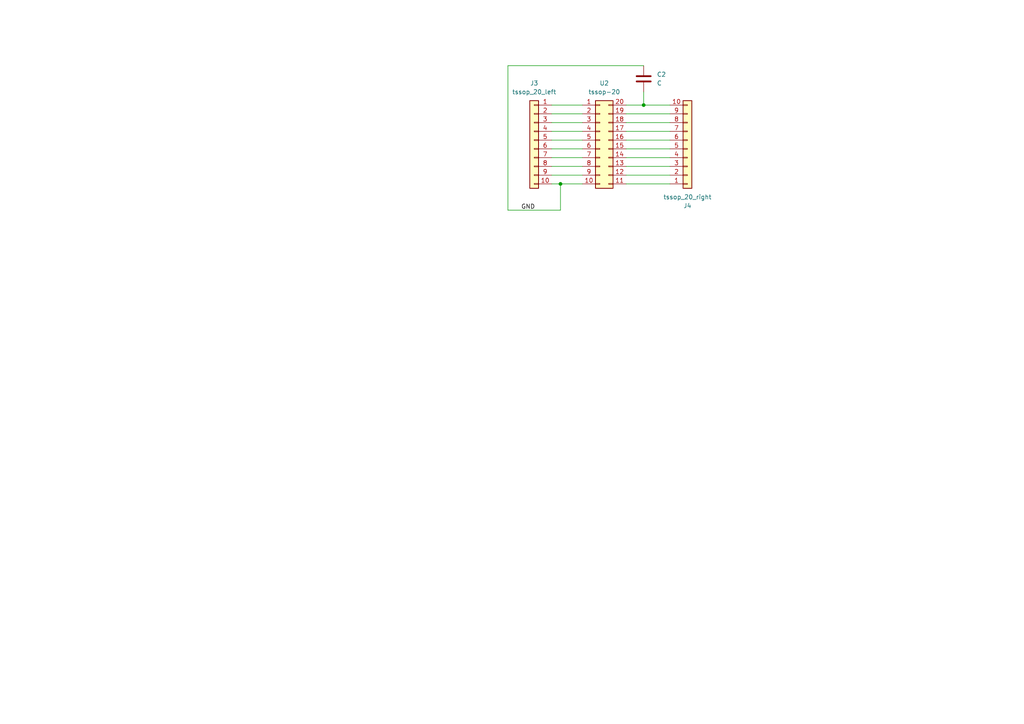
<source format=kicad_sch>
(kicad_sch (version 20231120) (generator "eeschema") (generator_version "8.0")
  (paper "A4")
  (lib_symbols
    (symbol "Connector_Generic:Conn_01x10" (pin_names (offset 1.016) hide)
      (property "Reference" "J" (at 0 12.7 0))
      (property "Value" "Conn_01x10" (at 0 -15.24 0))
      (symbol "Conn_01x10_1_1"
        (rectangle (start -1.27 -12.573) (end 0 -12.827) (stroke (width 0.1524)))
        (rectangle (start -1.27 -10.033) (end 0 -10.287) (stroke (width 0.1524)))
        (rectangle (start -1.27 -7.493) (end 0 -7.747) (stroke (width 0.1524)))
        (rectangle (start -1.27 -4.953) (end 0 -5.207) (stroke (width 0.1524)))
        (rectangle (start -1.27 -2.413) (end 0 -2.667) (stroke (width 0.1524)))
        (rectangle (start -1.27 0.127) (end 0 -0.127) (stroke (width 0.1524)))
        (rectangle (start -1.27 2.667) (end 0 2.413) (stroke (width 0.1524)))
        (rectangle (start -1.27 5.207) (end 0 4.953) (stroke (width 0.1524)))
        (rectangle (start -1.27 7.747) (end 0 7.493) (stroke (width 0.1524)))
        (rectangle (start -1.27 10.287) (end 0 10.033) (stroke (width 0.1524)))
        (rectangle (start -1.27 11.43) (end 1.27 -13.97) (stroke (width 0.254)) (fill (type background)))
        (pin passive line (at -5.08 10.16 0) (length 3.81) (name "Pin_1") (number "1"))
        (pin passive line (at -5.08 -12.7 0) (length 3.81) (name "Pin_10") (number "10"))
        (pin passive line (at -5.08 7.62 0) (length 3.81) (name "Pin_2") (number "2"))
        (pin passive line (at -5.08 5.08 0) (length 3.81) (name "Pin_3") (number "3"))
        (pin passive line (at -5.08 2.54 0) (length 3.81) (name "Pin_4") (number "4"))
        (pin passive line (at -5.08 0 0) (length 3.81) (name "Pin_5") (number "5"))
        (pin passive line (at -5.08 -2.54 0) (length 3.81) (name "Pin_6") (number "6"))
        (pin passive line (at -5.08 -5.08 0) (length 3.81) (name "Pin_7") (number "7"))
        (pin passive line (at -5.08 -7.62 0) (length 3.81) (name "Pin_8") (number "8"))
        (pin passive line (at -5.08 -10.16 0) (length 3.81) (name "Pin_9") (number "9"))
      )
    )
    (symbol "Connector_Generic:Conn_02x10_Counter_Clockwise" (pin_names (offset 1.016) hide)
      (property "Reference" "J" (at 1.27 12.7 0))
      (property "Value" "Conn_02x10_Counter_Clockwise" (at 1.27 -15.24 0))
      (symbol "Conn_02x10_Counter_Clockwise_1_1"
        (rectangle (start -1.27 -12.573) (end 0 -12.827) (stroke (width 0.1524)))
        (rectangle (start -1.27 -10.033) (end 0 -10.287) (stroke (width 0.1524)))
        (rectangle (start -1.27 -7.493) (end 0 -7.747) (stroke (width 0.1524)))
        (rectangle (start -1.27 -4.953) (end 0 -5.207) (stroke (width 0.1524)))
        (rectangle (start -1.27 -2.413) (end 0 -2.667) (stroke (width 0.1524)))
        (rectangle (start -1.27 0.127) (end 0 -0.127) (stroke (width 0.1524)))
        (rectangle (start -1.27 2.667) (end 0 2.413) (stroke (width 0.1524)))
        (rectangle (start -1.27 5.207) (end 0 4.953) (stroke (width 0.1524)))
        (rectangle (start -1.27 7.747) (end 0 7.493) (stroke (width 0.1524)))
        (rectangle (start -1.27 10.287) (end 0 10.033) (stroke (width 0.1524)))
        (rectangle (start -1.27 11.43) (end 3.81 -13.97) (stroke (width 0.254)) (fill (type background)))
        (rectangle (start 3.81 -12.573) (end 2.54 -12.827) (stroke (width 0.1524)))
        (rectangle (start 3.81 -10.033) (end 2.54 -10.287) (stroke (width 0.1524)))
        (rectangle (start 3.81 -7.493) (end 2.54 -7.747) (stroke (width 0.1524)))
        (rectangle (start 3.81 -4.953) (end 2.54 -5.207) (stroke (width 0.1524)))
        (rectangle (start 3.81 -2.413) (end 2.54 -2.667) (stroke (width 0.1524)))
        (rectangle (start 3.81 0.127) (end 2.54 -0.127) (stroke (width 0.1524)))
        (rectangle (start 3.81 2.667) (end 2.54 2.413) (stroke (width 0.1524)))
        (rectangle (start 3.81 5.207) (end 2.54 4.953) (stroke (width 0.1524)))
        (rectangle (start 3.81 7.747) (end 2.54 7.493) (stroke (width 0.1524)))
        (rectangle (start 3.81 10.287) (end 2.54 10.033) (stroke (width 0.1524)))
        (pin passive line (at -5.08 10.16 0) (length 3.81) (name "Pin_1") (number "1"))
        (pin passive line (at -5.08 -12.7 0) (length 3.81) (name "Pin_10") (number "10"))
        (pin passive line (at 7.62 -12.7 180) (length 3.81) (name "Pin_11") (number "11"))
        (pin passive line (at 7.62 -10.16 180) (length 3.81) (name "Pin_12") (number "12"))
        (pin passive line (at 7.62 -7.62 180) (length 3.81) (name "Pin_13") (number "13"))
        (pin passive line (at 7.62 -5.08 180) (length 3.81) (name "Pin_14") (number "14"))
        (pin passive line (at 7.62 -2.54 180) (length 3.81) (name "Pin_15") (number "15"))
        (pin passive line (at 7.62 0 180) (length 3.81) (name "Pin_16") (number "16"))
        (pin passive line (at 7.62 2.54 180) (length 3.81) (name "Pin_17") (number "17"))
        (pin passive line (at 7.62 5.08 180) (length 3.81) (name "Pin_18") (number "18"))
        (pin passive line (at 7.62 7.62 180) (length 3.81) (name "Pin_19") (number "19"))
        (pin passive line (at -5.08 7.62 0) (length 3.81) (name "Pin_2") (number "2"))
        (pin passive line (at 7.62 10.16 180) (length 3.81) (name "Pin_20") (number "20"))
        (pin passive line (at -5.08 5.08 0) (length 3.81) (name "Pin_3") (number "3"))
        (pin passive line (at -5.08 2.54 0) (length 3.81) (name "Pin_4") (number "4"))
        (pin passive line (at -5.08 0 0) (length 3.81) (name "Pin_5") (number "5"))
        (pin passive line (at -5.08 -2.54 0) (length 3.81) (name "Pin_6") (number "6"))
        (pin passive line (at -5.08 -5.08 0) (length 3.81) (name "Pin_7") (number "7"))
        (pin passive line (at -5.08 -7.62 0) (length 3.81) (name "Pin_8") (number "8"))
        (pin passive line (at -5.08 -10.16 0) (length 3.81) (name "Pin_9") (number "9"))
      )
    )
    (symbol "Device:C" (pin_numbers hide) (pin_names (offset 0.254))
      (property "Reference" "C" (at 0.635 2.54 0))
      (property "Value" "C" (at 0.635 -2.54 0))
      (symbol "C_0_1"
        (polyline (pts (xy -2.032 -0.762) (xy 2.032 -0.762)) (stroke (width 0.508)))
        (polyline (pts (xy -2.032 0.762) (xy 2.032 0.762)) (stroke (width 0.508)))
      )
      (symbol "C_1_1"
        (pin passive line (at 0 3.81 270) (length 2.794) (name "~") (number "1"))
        (pin passive line (at 0 -3.81 90) (length 2.794) (name "~") (number "2"))
      )
    )
  )
  (junction (at 186.69 30.48))
  (junction (at 162.56 53.34))
  (wire (pts (xy 181.61 45.72) (xy 194.31 45.72)))
  (wire (pts (xy 181.61 43.18) (xy 194.31 43.18)))
  (wire (pts (xy 160.02 35.56) (xy 168.91 35.56)))
  (wire (pts (xy 160.02 48.26) (xy 168.91 48.26)))
  (wire (pts (xy 160.02 43.18) (xy 168.91 43.18)))
  (wire (pts (xy 181.61 35.56) (xy 194.31 35.56)))
  (wire (pts (xy 181.61 50.8) (xy 194.31 50.8)))
  (wire (pts (xy 186.69 19.05) (xy 147.32 19.05)))
  (wire (pts (xy 181.61 53.34) (xy 194.31 53.34)))
  (wire (pts (xy 181.61 38.1) (xy 194.31 38.1)))
  (wire (pts (xy 160.02 38.1) (xy 168.91 38.1)))
  (wire (pts (xy 147.32 19.05) (xy 147.32 60.96)))
  (wire (pts (xy 160.02 50.8) (xy 168.91 50.8)))
  (wire (pts (xy 186.69 30.48) (xy 194.31 30.48)))
  (wire (pts (xy 162.56 60.96) (xy 162.56 53.34)))
  (wire (pts (xy 181.61 40.64) (xy 194.31 40.64)))
  (wire (pts (xy 160.02 30.48) (xy 168.91 30.48)))
  (wire (pts (xy 160.02 45.72) (xy 168.91 45.72)))
  (wire (pts (xy 160.02 53.34) (xy 162.56 53.34)))
  (wire (pts (xy 162.56 53.34) (xy 168.91 53.34)))
  (wire (pts (xy 181.61 30.48) (xy 186.69 30.48)))
  (wire (pts (xy 181.61 48.26) (xy 194.31 48.26)))
  (wire (pts (xy 160.02 33.02) (xy 168.91 33.02)))
  (wire (pts (xy 147.32 60.96) (xy 162.56 60.96)))
  (wire (pts (xy 160.02 40.64) (xy 168.91 40.64)))
  (wire (pts (xy 181.61 33.02) (xy 194.31 33.02)))
  (wire (pts (xy 186.69 26.67) (xy 186.69 30.48)))
  (label "GND" (at 151.13 60.96 0))
  (symbol (lib_id "Connector_Generic:Conn_01x10") (at 154.94 40.64 0) (mirror y) (unit 1)
    (property "Reference" "J3" (at 154.94 24.13 0))
    (property "Value" "tssop_20_left" (at 154.94 26.67 0))
    (property "Footprint" "Connector_PinHeader_2.54mm:PinHeader_1x10_P2.54mm_Vertical" (effects (hide yes)))
    (property "Description" "Generic connector, single row, 01x10, script generated (kicad-library-utils/schlib/autogen/connector/)" (effects (hide yes)))
  )
  (symbol (lib_id "Connector_Generic:Conn_01x10") (at 199.39 43.18 0) (mirror x) (unit 1)
    (property "Reference" "J4" (at 199.39 59.69 0))
    (property "Value" "tssop_20_right" (at 199.39 57.15 0))
    (property "Footprint" "Connector_PinHeader_2.54mm:PinHeader_1x10_P2.54mm_Vertical" (effects (hide yes)))
    (property "Description" "Generic connector, single row, 01x10, script generated (kicad-library-utils/schlib/autogen/connector/)" (effects (hide yes)))
  )
  (symbol (lib_id "Connector_Generic:Conn_02x10_Counter_Clockwise") (at 173.99 40.64 0) (unit 1)
    (property "Reference" "U2" (at 175.26 24.13 0))
    (property "Value" "tssop-20" (at 175.26 26.67 0))
    (property "Footprint" "Package_SO:TSSOP-20_4.4x6.5mm_P0.65mm" (effects (hide yes)))
    (property "Description" "Generic connector, double row, 02x10, counter clockwise pin numbering scheme (similar to DIP package numbering), script generated (kicad-library-utils/schlib/autogen/connector/)" (effects (hide yes)))
  )
  (symbol (lib_id "Device:C") (at 186.69 22.86 0) (unit 1)
    (property "Reference" "C2" (at 190.5 21.5899 0) (effects (justify left)))
    (property "Value" "C" (at 190.5 24.1299 0) (effects (justify left)))
    (property "Footprint" "Capacitor_SMD:C_0805_2012Metric_Pad1.18x1.45mm_HandSolder" (effects (hide yes)))
    (property "Description" "Unpolarized capacitor" (effects (hide yes)))
  )
)
</source>
